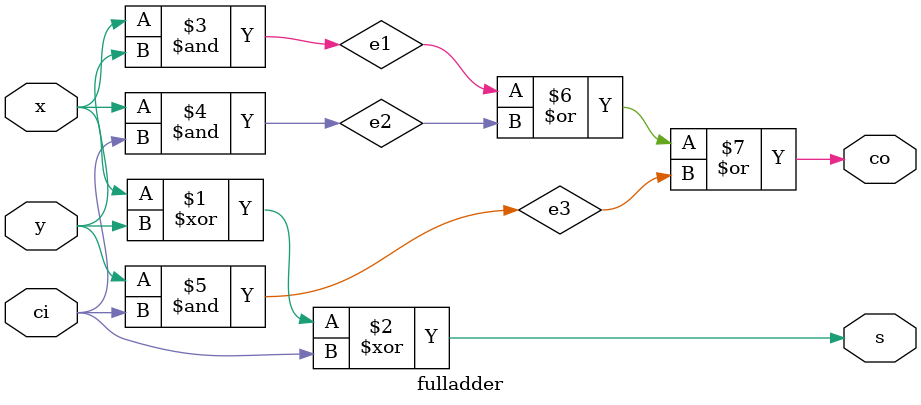
<source format=v>
`timescale 1ns / 1ps

module fulladder(
    input x,
    input y,
    input ci,
    output co,
    output s
    );
	 
	 wire e1, e2, e3;

	xor #(10) (s, x, y, ci);
	
	and #(5) (e1, x, y);
	and #(5) (e2, x, ci);
	and #(5) (e3, y, ci);
	or #(5) (co, e1, e2, e3);

endmodule

</source>
